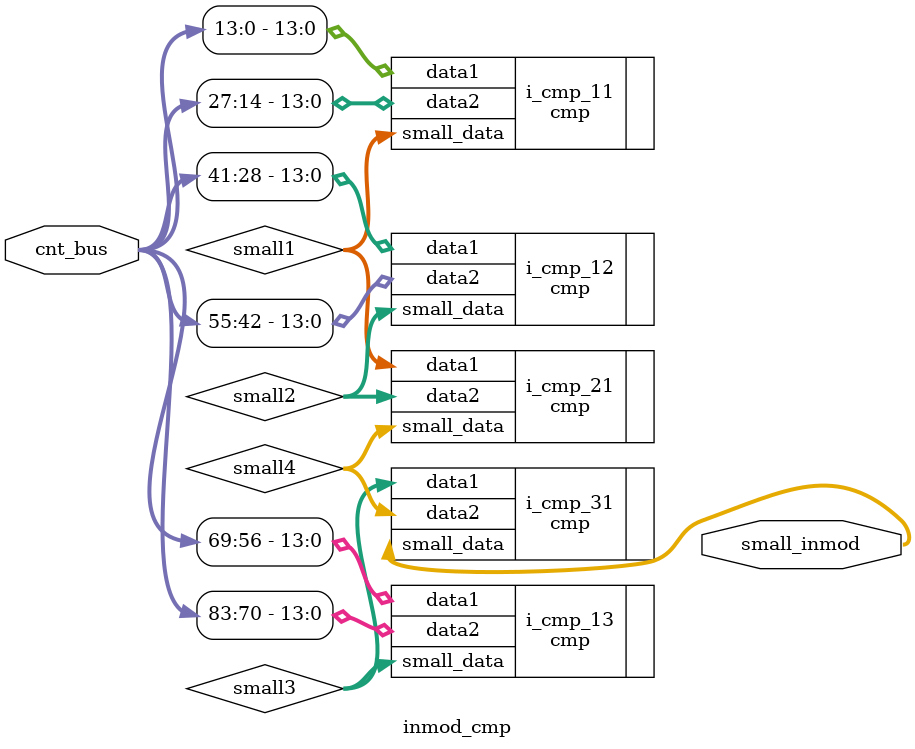
<source format=v>
module inmod_cmp #(
    parameter MODI=6,ADDW=14
) (
    input       [MODI*ADDW-1 : 0]   cnt_bus     ,
    //input       [2:0]               id_in       ,
    output      [ADDW-1 : 0]        small_inmod 
    //output      [2:0]               id          ,
);

wire [ADDW-1 : 0] small1,small2,small3,small4;

cmp #(.ADDW(ADDW)) i_cmp_11(
    .data1(cnt_bus[0*ADDW +: ADDW]),
    .data2(cnt_bus[1*ADDW +: ADDW]),
    .small_data(small1)
);

cmp #(.ADDW(ADDW)) i_cmp_12(
    .data1(cnt_bus[2*ADDW +: ADDW]),
    .data2(cnt_bus[3*ADDW +: ADDW]),
    .small_data(small2)
);

cmp #(.ADDW(ADDW)) i_cmp_13(
    .data1(cnt_bus[4*ADDW +: ADDW]),
    .data2(cnt_bus[5*ADDW +: ADDW]),
    .small_data(small3)
);

cmp #(.ADDW(ADDW)) i_cmp_21(
    .data1(small1),
    .data2(small2),
    .small_data(small4)
);

cmp #(.ADDW(ADDW)) i_cmp_31(
    .data1(small3),
    .data2(small4),
    .small_data(small_inmod)
);
//assign id = id_in;
endmodule
</source>
